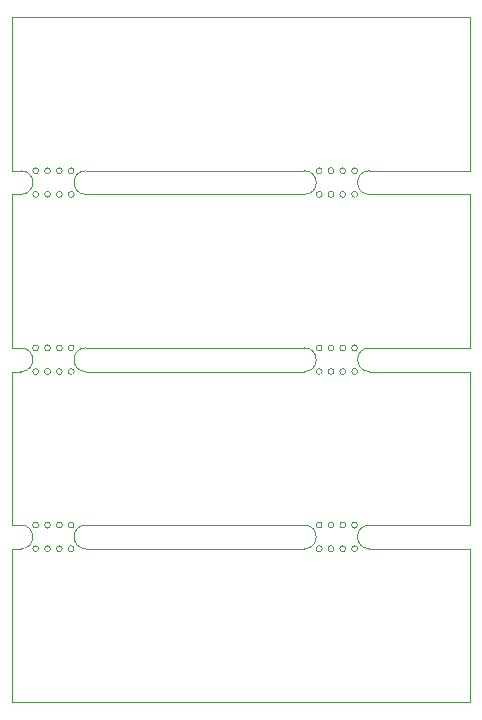
<source format=gbr>
%TF.GenerationSoftware,KiCad,Pcbnew,8.0.2*%
%TF.CreationDate,2025-01-21T19:49:39+01:00*%
%TF.ProjectId,wisselMotorExtension-THT,77697373-656c-44d6-9f74-6f7245787465,rev?*%
%TF.SameCoordinates,Original*%
%TF.FileFunction,Profile,NP*%
%FSLAX46Y46*%
G04 Gerber Fmt 4.6, Leading zero omitted, Abs format (unit mm)*
G04 Created by KiCad (PCBNEW 8.0.2) date 2025-01-21 19:49:39*
%MOMM*%
%LPD*%
G01*
G04 APERTURE LIST*
%TA.AperFunction,Profile*%
%ADD10C,0.100000*%
%TD*%
%TA.AperFunction,Profile*%
%ADD11C,0.120000*%
%TD*%
G04 APERTURE END LIST*
D10*
X38500000Y-81500000D02*
X77250000Y-81500000D01*
X44750000Y-68500000D02*
X63250000Y-68500000D01*
X38500000Y-68500000D02*
X39250000Y-68500000D01*
X38500000Y-68500000D02*
X38500000Y-81500000D01*
X77250000Y-81500000D02*
X77250000Y-68500000D01*
X68750000Y-68500000D02*
X77250000Y-68500000D01*
X44750000Y-53500000D02*
X63250000Y-53500000D01*
X38500000Y-53500000D02*
X39250000Y-53500000D01*
X44750000Y-66500000D02*
X63250000Y-66500000D01*
X38500000Y-66500000D02*
X39250000Y-66500000D01*
X68750000Y-66500000D02*
X77250000Y-66500000D01*
X38500000Y-53500000D02*
X38500000Y-66500000D01*
X77250000Y-66500000D02*
X77250000Y-53500000D01*
X68750000Y-53500000D02*
X77250000Y-53500000D01*
X44750000Y-38500000D02*
X63250000Y-38500000D01*
X38500000Y-38500000D02*
X39250000Y-38500000D01*
X44750000Y-51500000D02*
X63250000Y-51500000D01*
X38500000Y-51500000D02*
X39250000Y-51500000D01*
X68750000Y-51500000D02*
X77250000Y-51500000D01*
X38500000Y-38500000D02*
X38500000Y-51500000D01*
X77250000Y-51500000D02*
X77250000Y-38500000D01*
X68750000Y-38500000D02*
X77250000Y-38500000D01*
X38500000Y-23500000D02*
X77250000Y-23500000D01*
X44750000Y-36500000D02*
X63250000Y-36500000D01*
X38500000Y-36500000D02*
X39250000Y-36500000D01*
X38500000Y-23500000D02*
X38500000Y-36500000D01*
X77250000Y-36500000D02*
X77250000Y-23500000D01*
X68750000Y-36500000D02*
X77250000Y-36500000D01*
D11*
%TO.C,REF\u002A\u002A*%
X67750000Y-68500000D02*
G75*
G02*
X67250000Y-68500000I-250000J0D01*
G01*
X67250000Y-68500000D02*
G75*
G02*
X67750000Y-68500000I250000J0D01*
G01*
X67750000Y-66500000D02*
G75*
G02*
X67250000Y-66500000I-250000J0D01*
G01*
X67250000Y-66500000D02*
G75*
G02*
X67750000Y-66500000I250000J0D01*
G01*
X66750000Y-68500000D02*
G75*
G02*
X66250000Y-68500000I-250000J0D01*
G01*
X66250000Y-68500000D02*
G75*
G02*
X66750000Y-68500000I250000J0D01*
G01*
X66750000Y-66500000D02*
G75*
G02*
X66250000Y-66500000I-250000J0D01*
G01*
X66250000Y-66500000D02*
G75*
G02*
X66750000Y-66500000I250000J0D01*
G01*
X65750000Y-68500000D02*
G75*
G02*
X65250000Y-68500000I-250000J0D01*
G01*
X65250000Y-68500000D02*
G75*
G02*
X65750000Y-68500000I250000J0D01*
G01*
X65750000Y-66500000D02*
G75*
G02*
X65250000Y-66500000I-250000J0D01*
G01*
X65250000Y-66500000D02*
G75*
G02*
X65750000Y-66500000I250000J0D01*
G01*
X64750000Y-68500000D02*
G75*
G02*
X64250000Y-68500000I-250000J0D01*
G01*
X64250000Y-68500000D02*
G75*
G02*
X64750000Y-68500000I250000J0D01*
G01*
X64750000Y-66500000D02*
G75*
G02*
X64250000Y-66500000I-250000J0D01*
G01*
X64250000Y-66500000D02*
G75*
G02*
X64750000Y-66500000I250000J0D01*
G01*
X68750000Y-68500000D02*
G75*
G02*
X68750000Y-66500000I0J1000000D01*
G01*
X63250000Y-66500000D02*
G75*
G02*
X63250000Y-68500000I0J-1000000D01*
G01*
X43750000Y-68500000D02*
G75*
G02*
X43250000Y-68500000I-250000J0D01*
G01*
X43250000Y-68500000D02*
G75*
G02*
X43750000Y-68500000I250000J0D01*
G01*
X43750000Y-66500000D02*
G75*
G02*
X43250000Y-66500000I-250000J0D01*
G01*
X43250000Y-66500000D02*
G75*
G02*
X43750000Y-66500000I250000J0D01*
G01*
X42750000Y-68500000D02*
G75*
G02*
X42250000Y-68500000I-250000J0D01*
G01*
X42250000Y-68500000D02*
G75*
G02*
X42750000Y-68500000I250000J0D01*
G01*
X42750000Y-66500000D02*
G75*
G02*
X42250000Y-66500000I-250000J0D01*
G01*
X42250000Y-66500000D02*
G75*
G02*
X42750000Y-66500000I250000J0D01*
G01*
X41750000Y-68500000D02*
G75*
G02*
X41250000Y-68500000I-250000J0D01*
G01*
X41250000Y-68500000D02*
G75*
G02*
X41750000Y-68500000I250000J0D01*
G01*
X41750000Y-66500000D02*
G75*
G02*
X41250000Y-66500000I-250000J0D01*
G01*
X41250000Y-66500000D02*
G75*
G02*
X41750000Y-66500000I250000J0D01*
G01*
X40750000Y-68500000D02*
G75*
G02*
X40250000Y-68500000I-250000J0D01*
G01*
X40250000Y-68500000D02*
G75*
G02*
X40750000Y-68500000I250000J0D01*
G01*
X40750000Y-66500000D02*
G75*
G02*
X40250000Y-66500000I-250000J0D01*
G01*
X40250000Y-66500000D02*
G75*
G02*
X40750000Y-66500000I250000J0D01*
G01*
X44750000Y-68500000D02*
G75*
G02*
X44750000Y-66500000I0J1000000D01*
G01*
X39250000Y-66500000D02*
G75*
G02*
X39250000Y-68500000I0J-1000000D01*
G01*
X67750000Y-53500000D02*
G75*
G02*
X67250000Y-53500000I-250000J0D01*
G01*
X67250000Y-53500000D02*
G75*
G02*
X67750000Y-53500000I250000J0D01*
G01*
X67750000Y-51500000D02*
G75*
G02*
X67250000Y-51500000I-250000J0D01*
G01*
X67250000Y-51500000D02*
G75*
G02*
X67750000Y-51500000I250000J0D01*
G01*
X66750000Y-53500000D02*
G75*
G02*
X66250000Y-53500000I-250000J0D01*
G01*
X66250000Y-53500000D02*
G75*
G02*
X66750000Y-53500000I250000J0D01*
G01*
X66750000Y-51500000D02*
G75*
G02*
X66250000Y-51500000I-250000J0D01*
G01*
X66250000Y-51500000D02*
G75*
G02*
X66750000Y-51500000I250000J0D01*
G01*
X65750000Y-53500000D02*
G75*
G02*
X65250000Y-53500000I-250000J0D01*
G01*
X65250000Y-53500000D02*
G75*
G02*
X65750000Y-53500000I250000J0D01*
G01*
X65750000Y-51500000D02*
G75*
G02*
X65250000Y-51500000I-250000J0D01*
G01*
X65250000Y-51500000D02*
G75*
G02*
X65750000Y-51500000I250000J0D01*
G01*
X64750000Y-53500000D02*
G75*
G02*
X64250000Y-53500000I-250000J0D01*
G01*
X64250000Y-53500000D02*
G75*
G02*
X64750000Y-53500000I250000J0D01*
G01*
X64750000Y-51500000D02*
G75*
G02*
X64250000Y-51500000I-250000J0D01*
G01*
X64250000Y-51500000D02*
G75*
G02*
X64750000Y-51500000I250000J0D01*
G01*
X68750000Y-53500000D02*
G75*
G02*
X68750000Y-51500000I0J1000000D01*
G01*
X63250000Y-51500000D02*
G75*
G02*
X63250000Y-53500000I0J-1000000D01*
G01*
X43750000Y-53500000D02*
G75*
G02*
X43250000Y-53500000I-250000J0D01*
G01*
X43250000Y-53500000D02*
G75*
G02*
X43750000Y-53500000I250000J0D01*
G01*
X43750000Y-51500000D02*
G75*
G02*
X43250000Y-51500000I-250000J0D01*
G01*
X43250000Y-51500000D02*
G75*
G02*
X43750000Y-51500000I250000J0D01*
G01*
X42750000Y-53500000D02*
G75*
G02*
X42250000Y-53500000I-250000J0D01*
G01*
X42250000Y-53500000D02*
G75*
G02*
X42750000Y-53500000I250000J0D01*
G01*
X42750000Y-51500000D02*
G75*
G02*
X42250000Y-51500000I-250000J0D01*
G01*
X42250000Y-51500000D02*
G75*
G02*
X42750000Y-51500000I250000J0D01*
G01*
X41750000Y-53500000D02*
G75*
G02*
X41250000Y-53500000I-250000J0D01*
G01*
X41250000Y-53500000D02*
G75*
G02*
X41750000Y-53500000I250000J0D01*
G01*
X41750000Y-51500000D02*
G75*
G02*
X41250000Y-51500000I-250000J0D01*
G01*
X41250000Y-51500000D02*
G75*
G02*
X41750000Y-51500000I250000J0D01*
G01*
X40750000Y-53500000D02*
G75*
G02*
X40250000Y-53500000I-250000J0D01*
G01*
X40250000Y-53500000D02*
G75*
G02*
X40750000Y-53500000I250000J0D01*
G01*
X40750000Y-51500000D02*
G75*
G02*
X40250000Y-51500000I-250000J0D01*
G01*
X40250000Y-51500000D02*
G75*
G02*
X40750000Y-51500000I250000J0D01*
G01*
X44750000Y-53500000D02*
G75*
G02*
X44750000Y-51500000I0J1000000D01*
G01*
X39250000Y-51500000D02*
G75*
G02*
X39250000Y-53500000I0J-1000000D01*
G01*
X67750000Y-38500000D02*
G75*
G02*
X67250000Y-38500000I-250000J0D01*
G01*
X67250000Y-38500000D02*
G75*
G02*
X67750000Y-38500000I250000J0D01*
G01*
X67750000Y-36500000D02*
G75*
G02*
X67250000Y-36500000I-250000J0D01*
G01*
X67250000Y-36500000D02*
G75*
G02*
X67750000Y-36500000I250000J0D01*
G01*
X66750000Y-38500000D02*
G75*
G02*
X66250000Y-38500000I-250000J0D01*
G01*
X66250000Y-38500000D02*
G75*
G02*
X66750000Y-38500000I250000J0D01*
G01*
X66750000Y-36500000D02*
G75*
G02*
X66250000Y-36500000I-250000J0D01*
G01*
X66250000Y-36500000D02*
G75*
G02*
X66750000Y-36500000I250000J0D01*
G01*
X65750000Y-38500000D02*
G75*
G02*
X65250000Y-38500000I-250000J0D01*
G01*
X65250000Y-38500000D02*
G75*
G02*
X65750000Y-38500000I250000J0D01*
G01*
X65750000Y-36500000D02*
G75*
G02*
X65250000Y-36500000I-250000J0D01*
G01*
X65250000Y-36500000D02*
G75*
G02*
X65750000Y-36500000I250000J0D01*
G01*
X64750000Y-38500000D02*
G75*
G02*
X64250000Y-38500000I-250000J0D01*
G01*
X64250000Y-38500000D02*
G75*
G02*
X64750000Y-38500000I250000J0D01*
G01*
X64750000Y-36500000D02*
G75*
G02*
X64250000Y-36500000I-250000J0D01*
G01*
X64250000Y-36500000D02*
G75*
G02*
X64750000Y-36500000I250000J0D01*
G01*
X68750000Y-38500000D02*
G75*
G02*
X68750000Y-36500000I0J1000000D01*
G01*
X63250000Y-36500000D02*
G75*
G02*
X63250000Y-38500000I0J-1000000D01*
G01*
X43750000Y-38500000D02*
G75*
G02*
X43250000Y-38500000I-250000J0D01*
G01*
X43250000Y-38500000D02*
G75*
G02*
X43750000Y-38500000I250000J0D01*
G01*
X43750000Y-36500000D02*
G75*
G02*
X43250000Y-36500000I-250000J0D01*
G01*
X43250000Y-36500000D02*
G75*
G02*
X43750000Y-36500000I250000J0D01*
G01*
X42750000Y-38500000D02*
G75*
G02*
X42250000Y-38500000I-250000J0D01*
G01*
X42250000Y-38500000D02*
G75*
G02*
X42750000Y-38500000I250000J0D01*
G01*
X42750000Y-36500000D02*
G75*
G02*
X42250000Y-36500000I-250000J0D01*
G01*
X42250000Y-36500000D02*
G75*
G02*
X42750000Y-36500000I250000J0D01*
G01*
X41750000Y-38500000D02*
G75*
G02*
X41250000Y-38500000I-250000J0D01*
G01*
X41250000Y-38500000D02*
G75*
G02*
X41750000Y-38500000I250000J0D01*
G01*
X41750000Y-36500000D02*
G75*
G02*
X41250000Y-36500000I-250000J0D01*
G01*
X41250000Y-36500000D02*
G75*
G02*
X41750000Y-36500000I250000J0D01*
G01*
X40750000Y-38500000D02*
G75*
G02*
X40250000Y-38500000I-250000J0D01*
G01*
X40250000Y-38500000D02*
G75*
G02*
X40750000Y-38500000I250000J0D01*
G01*
X40750000Y-36500000D02*
G75*
G02*
X40250000Y-36500000I-250000J0D01*
G01*
X40250000Y-36500000D02*
G75*
G02*
X40750000Y-36500000I250000J0D01*
G01*
X44750000Y-38500000D02*
G75*
G02*
X44750000Y-36500000I0J1000000D01*
G01*
X39250000Y-36500000D02*
G75*
G02*
X39250000Y-38500000I0J-1000000D01*
G01*
%TD*%
M02*

</source>
